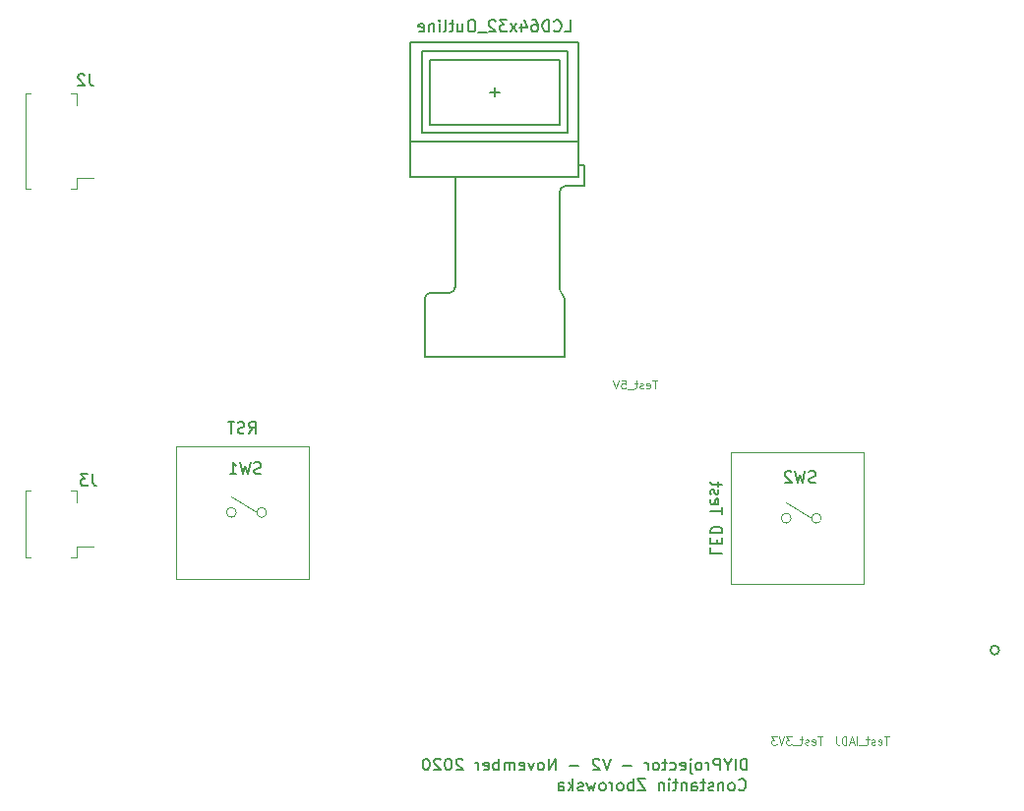
<source format=gbr>
G04 #@! TF.GenerationSoftware,KiCad,Pcbnew,(5.1.2)-2*
G04 #@! TF.CreationDate,2020-11-17T23:24:33+01:00*
G04 #@! TF.ProjectId,MieleProjectorPCB,4d69656c-6550-4726-9f6a-6563746f7250,rev?*
G04 #@! TF.SameCoordinates,Original*
G04 #@! TF.FileFunction,Legend,Bot*
G04 #@! TF.FilePolarity,Positive*
%FSLAX46Y46*%
G04 Gerber Fmt 4.6, Leading zero omitted, Abs format (unit mm)*
G04 Created by KiCad (PCBNEW (5.1.2)-2) date 2020-11-17 23:24:33*
%MOMM*%
%LPD*%
G04 APERTURE LIST*
%ADD10C,0.200000*%
%ADD11C,0.150000*%
%ADD12C,0.100000*%
%ADD13C,0.120000*%
%ADD14C,0.152400*%
G04 APERTURE END LIST*
D10*
X90428571Y-151952380D02*
X90428571Y-150952380D01*
X90190476Y-150952380D01*
X90047619Y-151000000D01*
X89952380Y-151095238D01*
X89904761Y-151190476D01*
X89857142Y-151380952D01*
X89857142Y-151523809D01*
X89904761Y-151714285D01*
X89952380Y-151809523D01*
X90047619Y-151904761D01*
X90190476Y-151952380D01*
X90428571Y-151952380D01*
X89428571Y-151952380D02*
X89428571Y-150952380D01*
X88761904Y-151476190D02*
X88761904Y-151952380D01*
X89095238Y-150952380D02*
X88761904Y-151476190D01*
X88428571Y-150952380D01*
X88095238Y-151952380D02*
X88095238Y-150952380D01*
X87714285Y-150952380D01*
X87619047Y-151000000D01*
X87571428Y-151047619D01*
X87523809Y-151142857D01*
X87523809Y-151285714D01*
X87571428Y-151380952D01*
X87619047Y-151428571D01*
X87714285Y-151476190D01*
X88095238Y-151476190D01*
X87095238Y-151952380D02*
X87095238Y-151285714D01*
X87095238Y-151476190D02*
X87047619Y-151380952D01*
X87000000Y-151333333D01*
X86904761Y-151285714D01*
X86809523Y-151285714D01*
X86333333Y-151952380D02*
X86428571Y-151904761D01*
X86476190Y-151857142D01*
X86523809Y-151761904D01*
X86523809Y-151476190D01*
X86476190Y-151380952D01*
X86428571Y-151333333D01*
X86333333Y-151285714D01*
X86190476Y-151285714D01*
X86095238Y-151333333D01*
X86047619Y-151380952D01*
X86000000Y-151476190D01*
X86000000Y-151761904D01*
X86047619Y-151857142D01*
X86095238Y-151904761D01*
X86190476Y-151952380D01*
X86333333Y-151952380D01*
X85571428Y-151285714D02*
X85571428Y-152142857D01*
X85619047Y-152238095D01*
X85714285Y-152285714D01*
X85761904Y-152285714D01*
X85571428Y-150952380D02*
X85619047Y-151000000D01*
X85571428Y-151047619D01*
X85523809Y-151000000D01*
X85571428Y-150952380D01*
X85571428Y-151047619D01*
X84714285Y-151904761D02*
X84809523Y-151952380D01*
X85000000Y-151952380D01*
X85095238Y-151904761D01*
X85142857Y-151809523D01*
X85142857Y-151428571D01*
X85095238Y-151333333D01*
X85000000Y-151285714D01*
X84809523Y-151285714D01*
X84714285Y-151333333D01*
X84666666Y-151428571D01*
X84666666Y-151523809D01*
X85142857Y-151619047D01*
X83809523Y-151904761D02*
X83904761Y-151952380D01*
X84095238Y-151952380D01*
X84190476Y-151904761D01*
X84238095Y-151857142D01*
X84285714Y-151761904D01*
X84285714Y-151476190D01*
X84238095Y-151380952D01*
X84190476Y-151333333D01*
X84095238Y-151285714D01*
X83904761Y-151285714D01*
X83809523Y-151333333D01*
X83523809Y-151285714D02*
X83142857Y-151285714D01*
X83380952Y-150952380D02*
X83380952Y-151809523D01*
X83333333Y-151904761D01*
X83238095Y-151952380D01*
X83142857Y-151952380D01*
X82666666Y-151952380D02*
X82761904Y-151904761D01*
X82809523Y-151857142D01*
X82857142Y-151761904D01*
X82857142Y-151476190D01*
X82809523Y-151380952D01*
X82761904Y-151333333D01*
X82666666Y-151285714D01*
X82523809Y-151285714D01*
X82428571Y-151333333D01*
X82380952Y-151380952D01*
X82333333Y-151476190D01*
X82333333Y-151761904D01*
X82380952Y-151857142D01*
X82428571Y-151904761D01*
X82523809Y-151952380D01*
X82666666Y-151952380D01*
X81904761Y-151952380D02*
X81904761Y-151285714D01*
X81904761Y-151476190D02*
X81857142Y-151380952D01*
X81809523Y-151333333D01*
X81714285Y-151285714D01*
X81619047Y-151285714D01*
X80523809Y-151571428D02*
X79761904Y-151571428D01*
X78666666Y-150952380D02*
X78333333Y-151952380D01*
X78000000Y-150952380D01*
X77714285Y-151047619D02*
X77666666Y-151000000D01*
X77571428Y-150952380D01*
X77333333Y-150952380D01*
X77238095Y-151000000D01*
X77190476Y-151047619D01*
X77142857Y-151142857D01*
X77142857Y-151238095D01*
X77190476Y-151380952D01*
X77761904Y-151952380D01*
X77142857Y-151952380D01*
X75952380Y-151571428D02*
X75190476Y-151571428D01*
X73952380Y-151952380D02*
X73952380Y-150952380D01*
X73380952Y-151952380D01*
X73380952Y-150952380D01*
X72761904Y-151952380D02*
X72857142Y-151904761D01*
X72904761Y-151857142D01*
X72952380Y-151761904D01*
X72952380Y-151476190D01*
X72904761Y-151380952D01*
X72857142Y-151333333D01*
X72761904Y-151285714D01*
X72619047Y-151285714D01*
X72523809Y-151333333D01*
X72476190Y-151380952D01*
X72428571Y-151476190D01*
X72428571Y-151761904D01*
X72476190Y-151857142D01*
X72523809Y-151904761D01*
X72619047Y-151952380D01*
X72761904Y-151952380D01*
X72095238Y-151285714D02*
X71857142Y-151952380D01*
X71619047Y-151285714D01*
X70857142Y-151904761D02*
X70952380Y-151952380D01*
X71142857Y-151952380D01*
X71238095Y-151904761D01*
X71285714Y-151809523D01*
X71285714Y-151428571D01*
X71238095Y-151333333D01*
X71142857Y-151285714D01*
X70952380Y-151285714D01*
X70857142Y-151333333D01*
X70809523Y-151428571D01*
X70809523Y-151523809D01*
X71285714Y-151619047D01*
X70380952Y-151952380D02*
X70380952Y-151285714D01*
X70380952Y-151380952D02*
X70333333Y-151333333D01*
X70238095Y-151285714D01*
X70095238Y-151285714D01*
X70000000Y-151333333D01*
X69952380Y-151428571D01*
X69952380Y-151952380D01*
X69952380Y-151428571D02*
X69904761Y-151333333D01*
X69809523Y-151285714D01*
X69666666Y-151285714D01*
X69571428Y-151333333D01*
X69523809Y-151428571D01*
X69523809Y-151952380D01*
X69047619Y-151952380D02*
X69047619Y-150952380D01*
X69047619Y-151333333D02*
X68952380Y-151285714D01*
X68761904Y-151285714D01*
X68666666Y-151333333D01*
X68619047Y-151380952D01*
X68571428Y-151476190D01*
X68571428Y-151761904D01*
X68619047Y-151857142D01*
X68666666Y-151904761D01*
X68761904Y-151952380D01*
X68952380Y-151952380D01*
X69047619Y-151904761D01*
X67761904Y-151904761D02*
X67857142Y-151952380D01*
X68047619Y-151952380D01*
X68142857Y-151904761D01*
X68190476Y-151809523D01*
X68190476Y-151428571D01*
X68142857Y-151333333D01*
X68047619Y-151285714D01*
X67857142Y-151285714D01*
X67761904Y-151333333D01*
X67714285Y-151428571D01*
X67714285Y-151523809D01*
X68190476Y-151619047D01*
X67285714Y-151952380D02*
X67285714Y-151285714D01*
X67285714Y-151476190D02*
X67238095Y-151380952D01*
X67190476Y-151333333D01*
X67095238Y-151285714D01*
X67000000Y-151285714D01*
X65952380Y-151047619D02*
X65904761Y-151000000D01*
X65809523Y-150952380D01*
X65571428Y-150952380D01*
X65476190Y-151000000D01*
X65428571Y-151047619D01*
X65380952Y-151142857D01*
X65380952Y-151238095D01*
X65428571Y-151380952D01*
X66000000Y-151952380D01*
X65380952Y-151952380D01*
X64761904Y-150952380D02*
X64666666Y-150952380D01*
X64571428Y-151000000D01*
X64523809Y-151047619D01*
X64476190Y-151142857D01*
X64428571Y-151333333D01*
X64428571Y-151571428D01*
X64476190Y-151761904D01*
X64523809Y-151857142D01*
X64571428Y-151904761D01*
X64666666Y-151952380D01*
X64761904Y-151952380D01*
X64857142Y-151904761D01*
X64904761Y-151857142D01*
X64952380Y-151761904D01*
X65000000Y-151571428D01*
X65000000Y-151333333D01*
X64952380Y-151142857D01*
X64904761Y-151047619D01*
X64857142Y-151000000D01*
X64761904Y-150952380D01*
X64047619Y-151047619D02*
X64000000Y-151000000D01*
X63904761Y-150952380D01*
X63666666Y-150952380D01*
X63571428Y-151000000D01*
X63523809Y-151047619D01*
X63476190Y-151142857D01*
X63476190Y-151238095D01*
X63523809Y-151380952D01*
X64095238Y-151952380D01*
X63476190Y-151952380D01*
X62857142Y-150952380D02*
X62761904Y-150952380D01*
X62666666Y-151000000D01*
X62619047Y-151047619D01*
X62571428Y-151142857D01*
X62523809Y-151333333D01*
X62523809Y-151571428D01*
X62571428Y-151761904D01*
X62619047Y-151857142D01*
X62666666Y-151904761D01*
X62761904Y-151952380D01*
X62857142Y-151952380D01*
X62952380Y-151904761D01*
X63000000Y-151857142D01*
X63047619Y-151761904D01*
X63095238Y-151571428D01*
X63095238Y-151333333D01*
X63047619Y-151142857D01*
X63000000Y-151047619D01*
X62952380Y-151000000D01*
X62857142Y-150952380D01*
X89726190Y-153607142D02*
X89773809Y-153654761D01*
X89916666Y-153702380D01*
X90011904Y-153702380D01*
X90154761Y-153654761D01*
X90250000Y-153559523D01*
X90297619Y-153464285D01*
X90345238Y-153273809D01*
X90345238Y-153130952D01*
X90297619Y-152940476D01*
X90250000Y-152845238D01*
X90154761Y-152750000D01*
X90011904Y-152702380D01*
X89916666Y-152702380D01*
X89773809Y-152750000D01*
X89726190Y-152797619D01*
X89154761Y-153702380D02*
X89250000Y-153654761D01*
X89297619Y-153607142D01*
X89345238Y-153511904D01*
X89345238Y-153226190D01*
X89297619Y-153130952D01*
X89250000Y-153083333D01*
X89154761Y-153035714D01*
X89011904Y-153035714D01*
X88916666Y-153083333D01*
X88869047Y-153130952D01*
X88821428Y-153226190D01*
X88821428Y-153511904D01*
X88869047Y-153607142D01*
X88916666Y-153654761D01*
X89011904Y-153702380D01*
X89154761Y-153702380D01*
X88392857Y-153035714D02*
X88392857Y-153702380D01*
X88392857Y-153130952D02*
X88345238Y-153083333D01*
X88250000Y-153035714D01*
X88107142Y-153035714D01*
X88011904Y-153083333D01*
X87964285Y-153178571D01*
X87964285Y-153702380D01*
X87535714Y-153654761D02*
X87440476Y-153702380D01*
X87250000Y-153702380D01*
X87154761Y-153654761D01*
X87107142Y-153559523D01*
X87107142Y-153511904D01*
X87154761Y-153416666D01*
X87250000Y-153369047D01*
X87392857Y-153369047D01*
X87488095Y-153321428D01*
X87535714Y-153226190D01*
X87535714Y-153178571D01*
X87488095Y-153083333D01*
X87392857Y-153035714D01*
X87250000Y-153035714D01*
X87154761Y-153083333D01*
X86821428Y-153035714D02*
X86440476Y-153035714D01*
X86678571Y-152702380D02*
X86678571Y-153559523D01*
X86630952Y-153654761D01*
X86535714Y-153702380D01*
X86440476Y-153702380D01*
X85678571Y-153702380D02*
X85678571Y-153178571D01*
X85726190Y-153083333D01*
X85821428Y-153035714D01*
X86011904Y-153035714D01*
X86107142Y-153083333D01*
X85678571Y-153654761D02*
X85773809Y-153702380D01*
X86011904Y-153702380D01*
X86107142Y-153654761D01*
X86154761Y-153559523D01*
X86154761Y-153464285D01*
X86107142Y-153369047D01*
X86011904Y-153321428D01*
X85773809Y-153321428D01*
X85678571Y-153273809D01*
X85202380Y-153035714D02*
X85202380Y-153702380D01*
X85202380Y-153130952D02*
X85154761Y-153083333D01*
X85059523Y-153035714D01*
X84916666Y-153035714D01*
X84821428Y-153083333D01*
X84773809Y-153178571D01*
X84773809Y-153702380D01*
X84440476Y-153035714D02*
X84059523Y-153035714D01*
X84297619Y-152702380D02*
X84297619Y-153559523D01*
X84250000Y-153654761D01*
X84154761Y-153702380D01*
X84059523Y-153702380D01*
X83726190Y-153702380D02*
X83726190Y-153035714D01*
X83726190Y-152702380D02*
X83773809Y-152750000D01*
X83726190Y-152797619D01*
X83678571Y-152750000D01*
X83726190Y-152702380D01*
X83726190Y-152797619D01*
X83250000Y-153035714D02*
X83250000Y-153702380D01*
X83250000Y-153130952D02*
X83202380Y-153083333D01*
X83107142Y-153035714D01*
X82964285Y-153035714D01*
X82869047Y-153083333D01*
X82821428Y-153178571D01*
X82821428Y-153702380D01*
X81678571Y-152702380D02*
X81011904Y-152702380D01*
X81678571Y-153702380D01*
X81011904Y-153702380D01*
X80630952Y-153702380D02*
X80630952Y-152702380D01*
X80630952Y-153083333D02*
X80535714Y-153035714D01*
X80345238Y-153035714D01*
X80250000Y-153083333D01*
X80202380Y-153130952D01*
X80154761Y-153226190D01*
X80154761Y-153511904D01*
X80202380Y-153607142D01*
X80250000Y-153654761D01*
X80345238Y-153702380D01*
X80535714Y-153702380D01*
X80630952Y-153654761D01*
X79583333Y-153702380D02*
X79678571Y-153654761D01*
X79726190Y-153607142D01*
X79773809Y-153511904D01*
X79773809Y-153226190D01*
X79726190Y-153130952D01*
X79678571Y-153083333D01*
X79583333Y-153035714D01*
X79440476Y-153035714D01*
X79345238Y-153083333D01*
X79297619Y-153130952D01*
X79250000Y-153226190D01*
X79250000Y-153511904D01*
X79297619Y-153607142D01*
X79345238Y-153654761D01*
X79440476Y-153702380D01*
X79583333Y-153702380D01*
X78821428Y-153702380D02*
X78821428Y-153035714D01*
X78821428Y-153226190D02*
X78773809Y-153130952D01*
X78726190Y-153083333D01*
X78630952Y-153035714D01*
X78535714Y-153035714D01*
X78059523Y-153702380D02*
X78154761Y-153654761D01*
X78202380Y-153607142D01*
X78250000Y-153511904D01*
X78250000Y-153226190D01*
X78202380Y-153130952D01*
X78154761Y-153083333D01*
X78059523Y-153035714D01*
X77916666Y-153035714D01*
X77821428Y-153083333D01*
X77773809Y-153130952D01*
X77726190Y-153226190D01*
X77726190Y-153511904D01*
X77773809Y-153607142D01*
X77821428Y-153654761D01*
X77916666Y-153702380D01*
X78059523Y-153702380D01*
X77392857Y-153035714D02*
X77202380Y-153702380D01*
X77011904Y-153226190D01*
X76821428Y-153702380D01*
X76630952Y-153035714D01*
X76297619Y-153654761D02*
X76202380Y-153702380D01*
X76011904Y-153702380D01*
X75916666Y-153654761D01*
X75869047Y-153559523D01*
X75869047Y-153511904D01*
X75916666Y-153416666D01*
X76011904Y-153369047D01*
X76154761Y-153369047D01*
X76250000Y-153321428D01*
X76297619Y-153226190D01*
X76297619Y-153178571D01*
X76250000Y-153083333D01*
X76154761Y-153035714D01*
X76011904Y-153035714D01*
X75916666Y-153083333D01*
X75440476Y-153702380D02*
X75440476Y-152702380D01*
X75345238Y-153321428D02*
X75059523Y-153702380D01*
X75059523Y-153035714D02*
X75440476Y-153416666D01*
X74202380Y-153702380D02*
X74202380Y-153178571D01*
X74250000Y-153083333D01*
X74345238Y-153035714D01*
X74535714Y-153035714D01*
X74630952Y-153083333D01*
X74202380Y-153654761D02*
X74297619Y-153702380D01*
X74535714Y-153702380D01*
X74630952Y-153654761D01*
X74678571Y-153559523D01*
X74678571Y-153464285D01*
X74630952Y-153369047D01*
X74535714Y-153321428D01*
X74297619Y-153321428D01*
X74202380Y-153273809D01*
D11*
X87297619Y-132773809D02*
X87297619Y-133250000D01*
X88297619Y-133250000D01*
X87821428Y-132440476D02*
X87821428Y-132107142D01*
X87297619Y-131964285D02*
X87297619Y-132440476D01*
X88297619Y-132440476D01*
X88297619Y-131964285D01*
X87297619Y-131535714D02*
X88297619Y-131535714D01*
X88297619Y-131297619D01*
X88250000Y-131154761D01*
X88154761Y-131059523D01*
X88059523Y-131011904D01*
X87869047Y-130964285D01*
X87726190Y-130964285D01*
X87535714Y-131011904D01*
X87440476Y-131059523D01*
X87345238Y-131154761D01*
X87297619Y-131297619D01*
X87297619Y-131535714D01*
X88297619Y-129916666D02*
X88297619Y-129345238D01*
X87297619Y-129630952D02*
X88297619Y-129630952D01*
X87345238Y-128630952D02*
X87297619Y-128726190D01*
X87297619Y-128916666D01*
X87345238Y-129011904D01*
X87440476Y-129059523D01*
X87821428Y-129059523D01*
X87916666Y-129011904D01*
X87964285Y-128916666D01*
X87964285Y-128726190D01*
X87916666Y-128630952D01*
X87821428Y-128583333D01*
X87726190Y-128583333D01*
X87630952Y-129059523D01*
X87345238Y-128202380D02*
X87297619Y-128107142D01*
X87297619Y-127916666D01*
X87345238Y-127821428D01*
X87440476Y-127773809D01*
X87488095Y-127773809D01*
X87583333Y-127821428D01*
X87630952Y-127916666D01*
X87630952Y-128059523D01*
X87678571Y-128154761D01*
X87773809Y-128202380D01*
X87821428Y-128202380D01*
X87916666Y-128154761D01*
X87964285Y-128059523D01*
X87964285Y-127916666D01*
X87916666Y-127821428D01*
X87964285Y-127488095D02*
X87964285Y-127107142D01*
X88297619Y-127345238D02*
X87440476Y-127345238D01*
X87345238Y-127297619D01*
X87297619Y-127202380D01*
X87297619Y-127107142D01*
X47547619Y-122952380D02*
X47880952Y-122476190D01*
X48119047Y-122952380D02*
X48119047Y-121952380D01*
X47738095Y-121952380D01*
X47642857Y-122000000D01*
X47595238Y-122047619D01*
X47547619Y-122142857D01*
X47547619Y-122285714D01*
X47595238Y-122380952D01*
X47642857Y-122428571D01*
X47738095Y-122476190D01*
X48119047Y-122476190D01*
X47166666Y-122904761D02*
X47023809Y-122952380D01*
X46785714Y-122952380D01*
X46690476Y-122904761D01*
X46642857Y-122857142D01*
X46595238Y-122761904D01*
X46595238Y-122666666D01*
X46642857Y-122571428D01*
X46690476Y-122523809D01*
X46785714Y-122476190D01*
X46976190Y-122428571D01*
X47071428Y-122380952D01*
X47119047Y-122333333D01*
X47166666Y-122238095D01*
X47166666Y-122142857D01*
X47119047Y-122047619D01*
X47071428Y-122000000D01*
X46976190Y-121952380D01*
X46738095Y-121952380D01*
X46595238Y-122000000D01*
X46309523Y-121952380D02*
X45738095Y-121952380D01*
X46023809Y-122952380D02*
X46023809Y-121952380D01*
D12*
X102633333Y-149066666D02*
X102233333Y-149066666D01*
X102433333Y-149766666D02*
X102433333Y-149066666D01*
X101733333Y-149733333D02*
X101800000Y-149766666D01*
X101933333Y-149766666D01*
X102000000Y-149733333D01*
X102033333Y-149666666D01*
X102033333Y-149400000D01*
X102000000Y-149333333D01*
X101933333Y-149300000D01*
X101800000Y-149300000D01*
X101733333Y-149333333D01*
X101700000Y-149400000D01*
X101700000Y-149466666D01*
X102033333Y-149533333D01*
X101433333Y-149733333D02*
X101366666Y-149766666D01*
X101233333Y-149766666D01*
X101166666Y-149733333D01*
X101133333Y-149666666D01*
X101133333Y-149633333D01*
X101166666Y-149566666D01*
X101233333Y-149533333D01*
X101333333Y-149533333D01*
X101400000Y-149500000D01*
X101433333Y-149433333D01*
X101433333Y-149400000D01*
X101400000Y-149333333D01*
X101333333Y-149300000D01*
X101233333Y-149300000D01*
X101166666Y-149333333D01*
X100933333Y-149300000D02*
X100666666Y-149300000D01*
X100833333Y-149066666D02*
X100833333Y-149666666D01*
X100800000Y-149733333D01*
X100733333Y-149766666D01*
X100666666Y-149766666D01*
X100600000Y-149833333D02*
X100066666Y-149833333D01*
X99900000Y-149766666D02*
X99900000Y-149066666D01*
X99600000Y-149566666D02*
X99266666Y-149566666D01*
X99666666Y-149766666D02*
X99433333Y-149066666D01*
X99200000Y-149766666D01*
X98966666Y-149766666D02*
X98966666Y-149066666D01*
X98800000Y-149066666D01*
X98700000Y-149100000D01*
X98633333Y-149166666D01*
X98600000Y-149233333D01*
X98566666Y-149366666D01*
X98566666Y-149466666D01*
X98600000Y-149600000D01*
X98633333Y-149666666D01*
X98700000Y-149733333D01*
X98800000Y-149766666D01*
X98966666Y-149766666D01*
X98066666Y-149066666D02*
X98066666Y-149566666D01*
X98100000Y-149666666D01*
X98166666Y-149733333D01*
X98266666Y-149766666D01*
X98333333Y-149766666D01*
X96916666Y-149066666D02*
X96516666Y-149066666D01*
X96716666Y-149766666D02*
X96716666Y-149066666D01*
X96016666Y-149733333D02*
X96083333Y-149766666D01*
X96216666Y-149766666D01*
X96283333Y-149733333D01*
X96316666Y-149666666D01*
X96316666Y-149400000D01*
X96283333Y-149333333D01*
X96216666Y-149300000D01*
X96083333Y-149300000D01*
X96016666Y-149333333D01*
X95983333Y-149400000D01*
X95983333Y-149466666D01*
X96316666Y-149533333D01*
X95716666Y-149733333D02*
X95650000Y-149766666D01*
X95516666Y-149766666D01*
X95450000Y-149733333D01*
X95416666Y-149666666D01*
X95416666Y-149633333D01*
X95450000Y-149566666D01*
X95516666Y-149533333D01*
X95616666Y-149533333D01*
X95683333Y-149500000D01*
X95716666Y-149433333D01*
X95716666Y-149400000D01*
X95683333Y-149333333D01*
X95616666Y-149300000D01*
X95516666Y-149300000D01*
X95450000Y-149333333D01*
X95216666Y-149300000D02*
X94950000Y-149300000D01*
X95116666Y-149066666D02*
X95116666Y-149666666D01*
X95083333Y-149733333D01*
X95016666Y-149766666D01*
X94950000Y-149766666D01*
X94883333Y-149833333D02*
X94350000Y-149833333D01*
X94250000Y-149066666D02*
X93816666Y-149066666D01*
X94050000Y-149333333D01*
X93950000Y-149333333D01*
X93883333Y-149366666D01*
X93850000Y-149400000D01*
X93816666Y-149466666D01*
X93816666Y-149633333D01*
X93850000Y-149700000D01*
X93883333Y-149733333D01*
X93950000Y-149766666D01*
X94150000Y-149766666D01*
X94216666Y-149733333D01*
X94250000Y-149700000D01*
X93616666Y-149066666D02*
X93383333Y-149766666D01*
X93150000Y-149066666D01*
X92983333Y-149066666D02*
X92550000Y-149066666D01*
X92783333Y-149333333D01*
X92683333Y-149333333D01*
X92616666Y-149366666D01*
X92583333Y-149400000D01*
X92550000Y-149466666D01*
X92550000Y-149633333D01*
X92583333Y-149700000D01*
X92616666Y-149733333D01*
X92683333Y-149766666D01*
X92883333Y-149766666D01*
X92950000Y-149733333D01*
X92983333Y-149700000D01*
X82683333Y-118366666D02*
X82283333Y-118366666D01*
X82483333Y-119066666D02*
X82483333Y-118366666D01*
X81783333Y-119033333D02*
X81850000Y-119066666D01*
X81983333Y-119066666D01*
X82050000Y-119033333D01*
X82083333Y-118966666D01*
X82083333Y-118700000D01*
X82050000Y-118633333D01*
X81983333Y-118600000D01*
X81850000Y-118600000D01*
X81783333Y-118633333D01*
X81750000Y-118700000D01*
X81750000Y-118766666D01*
X82083333Y-118833333D01*
X81483333Y-119033333D02*
X81416666Y-119066666D01*
X81283333Y-119066666D01*
X81216666Y-119033333D01*
X81183333Y-118966666D01*
X81183333Y-118933333D01*
X81216666Y-118866666D01*
X81283333Y-118833333D01*
X81383333Y-118833333D01*
X81450000Y-118800000D01*
X81483333Y-118733333D01*
X81483333Y-118700000D01*
X81450000Y-118633333D01*
X81383333Y-118600000D01*
X81283333Y-118600000D01*
X81216666Y-118633333D01*
X80983333Y-118600000D02*
X80716666Y-118600000D01*
X80883333Y-118366666D02*
X80883333Y-118966666D01*
X80850000Y-119033333D01*
X80783333Y-119066666D01*
X80716666Y-119066666D01*
X80650000Y-119133333D02*
X80116666Y-119133333D01*
X79616666Y-118366666D02*
X79950000Y-118366666D01*
X79983333Y-118700000D01*
X79950000Y-118666666D01*
X79883333Y-118633333D01*
X79716666Y-118633333D01*
X79650000Y-118666666D01*
X79616666Y-118700000D01*
X79583333Y-118766666D01*
X79583333Y-118933333D01*
X79616666Y-119000000D01*
X79650000Y-119033333D01*
X79716666Y-119066666D01*
X79883333Y-119066666D01*
X79950000Y-119033333D01*
X79983333Y-119000000D01*
X79383333Y-118366666D02*
X79150000Y-119066666D01*
X78916666Y-118366666D01*
D13*
X48225736Y-129750000D02*
X46050000Y-128350000D01*
X46474264Y-129750000D02*
G75*
G03X46474264Y-129750000I-424264J0D01*
G01*
X49074264Y-129750000D02*
G75*
G03X49074264Y-129750000I-424264J0D01*
G01*
X41300000Y-135450000D02*
X52700000Y-135450000D01*
X41300000Y-124050000D02*
X41300000Y-135450000D01*
X52700000Y-124050000D02*
X41300000Y-124050000D01*
X52700000Y-135450000D02*
X52700000Y-124050000D01*
X95975736Y-130250000D02*
X93800000Y-128850000D01*
X94224264Y-130250000D02*
G75*
G03X94224264Y-130250000I-424264J0D01*
G01*
X96824264Y-130250000D02*
G75*
G03X96824264Y-130250000I-424264J0D01*
G01*
X89050000Y-135950000D02*
X100450000Y-135950000D01*
X89050000Y-124550000D02*
X89050000Y-135950000D01*
X100450000Y-124550000D02*
X89050000Y-124550000D01*
X100450000Y-135950000D02*
X100450000Y-124550000D01*
D11*
X68300000Y-93540000D02*
X69100000Y-93540000D01*
X68700000Y-93140000D02*
X68700000Y-93940000D01*
X74300000Y-96330000D02*
X63100000Y-96330000D01*
X74990000Y-90050000D02*
X62410000Y-90050000D01*
X75950000Y-97840000D02*
X61450000Y-97840000D01*
X74300000Y-90750000D02*
X74300000Y-96330000D01*
X76400000Y-99840000D02*
X76000000Y-99840000D01*
X76450000Y-101640000D02*
X76450000Y-99840000D01*
X74800000Y-101640000D02*
X76400000Y-101640000D01*
X64800000Y-110840000D02*
X63200000Y-110840000D01*
X65300000Y-100840000D02*
X65300000Y-110340000D01*
X74300000Y-110140000D02*
X74300000Y-110540000D01*
X74300000Y-102140000D02*
X74300000Y-110140000D01*
X75950000Y-100840000D02*
X74300000Y-100840000D01*
X75950000Y-89240000D02*
X75950000Y-100840000D01*
X61450000Y-89240000D02*
X75950000Y-89240000D01*
X61450000Y-100840000D02*
X61450000Y-89240000D01*
X74300000Y-100840000D02*
X61450000Y-100840000D01*
X62700000Y-111340000D02*
G75*
G02X63200000Y-110840000I500000J0D01*
G01*
X74700000Y-116340000D02*
X74700000Y-111340000D01*
X62700000Y-116340000D02*
X62700000Y-111340000D01*
X74700000Y-116340000D02*
X62700000Y-116340000D01*
X74499999Y-110940000D02*
G75*
G02X74700000Y-111340000I-299999J-400000D01*
G01*
X65300000Y-110340000D02*
G75*
G02X64800000Y-110840000I-500000J0D01*
G01*
X74499999Y-110940000D02*
G75*
G02X74299998Y-110540000I299999J400000D01*
G01*
X74300000Y-102140000D02*
G75*
G02X74800000Y-101640000I500000J0D01*
G01*
X63100000Y-90750000D02*
X63100000Y-96330000D01*
X74990000Y-90050000D02*
X74990000Y-97030000D01*
X62410000Y-90050000D02*
X62410000Y-97030000D01*
X74300000Y-90750000D02*
X63100000Y-90750000D01*
X74990000Y-97030000D02*
X62410000Y-97030000D01*
D14*
X112131000Y-141611300D02*
G75*
G03X112131000Y-141611300I-381000J0D01*
G01*
D13*
X32260000Y-101910000D02*
X32710000Y-101910000D01*
X32710000Y-101910000D02*
X32710000Y-100960000D01*
X32710000Y-100960000D02*
X34200000Y-100960000D01*
X32260000Y-93690000D02*
X32710000Y-93690000D01*
X32710000Y-93690000D02*
X32710000Y-94640000D01*
X28740000Y-101910000D02*
X28290000Y-101910000D01*
X28290000Y-101910000D02*
X28290000Y-93690000D01*
X28290000Y-93690000D02*
X28740000Y-93690000D01*
X32260000Y-133610000D02*
X32710000Y-133610000D01*
X32710000Y-133610000D02*
X32710000Y-132660000D01*
X32710000Y-132660000D02*
X34200000Y-132660000D01*
X32260000Y-127890000D02*
X32710000Y-127890000D01*
X32710000Y-127890000D02*
X32710000Y-128840000D01*
X28740000Y-133610000D02*
X28290000Y-133610000D01*
X28290000Y-133610000D02*
X28290000Y-127890000D01*
X28290000Y-127890000D02*
X28740000Y-127890000D01*
D11*
X48583333Y-126404761D02*
X48440476Y-126452380D01*
X48202380Y-126452380D01*
X48107142Y-126404761D01*
X48059523Y-126357142D01*
X48011904Y-126261904D01*
X48011904Y-126166666D01*
X48059523Y-126071428D01*
X48107142Y-126023809D01*
X48202380Y-125976190D01*
X48392857Y-125928571D01*
X48488095Y-125880952D01*
X48535714Y-125833333D01*
X48583333Y-125738095D01*
X48583333Y-125642857D01*
X48535714Y-125547619D01*
X48488095Y-125500000D01*
X48392857Y-125452380D01*
X48154761Y-125452380D01*
X48011904Y-125500000D01*
X47678571Y-125452380D02*
X47440476Y-126452380D01*
X47250000Y-125738095D01*
X47059523Y-126452380D01*
X46821428Y-125452380D01*
X45916666Y-126452380D02*
X46488095Y-126452380D01*
X46202380Y-126452380D02*
X46202380Y-125452380D01*
X46297619Y-125595238D01*
X46392857Y-125690476D01*
X46488095Y-125738095D01*
X96333333Y-127154761D02*
X96190476Y-127202380D01*
X95952380Y-127202380D01*
X95857142Y-127154761D01*
X95809523Y-127107142D01*
X95761904Y-127011904D01*
X95761904Y-126916666D01*
X95809523Y-126821428D01*
X95857142Y-126773809D01*
X95952380Y-126726190D01*
X96142857Y-126678571D01*
X96238095Y-126630952D01*
X96285714Y-126583333D01*
X96333333Y-126488095D01*
X96333333Y-126392857D01*
X96285714Y-126297619D01*
X96238095Y-126250000D01*
X96142857Y-126202380D01*
X95904761Y-126202380D01*
X95761904Y-126250000D01*
X95428571Y-126202380D02*
X95190476Y-127202380D01*
X95000000Y-126488095D01*
X94809523Y-127202380D01*
X94571428Y-126202380D01*
X94238095Y-126297619D02*
X94190476Y-126250000D01*
X94095238Y-126202380D01*
X93857142Y-126202380D01*
X93761904Y-126250000D01*
X93714285Y-126297619D01*
X93666666Y-126392857D01*
X93666666Y-126488095D01*
X93714285Y-126630952D01*
X94285714Y-127202380D01*
X93666666Y-127202380D01*
X74723809Y-88352380D02*
X75200000Y-88352380D01*
X75200000Y-87352380D01*
X73819047Y-88257142D02*
X73866666Y-88304761D01*
X74009523Y-88352380D01*
X74104761Y-88352380D01*
X74247619Y-88304761D01*
X74342857Y-88209523D01*
X74390476Y-88114285D01*
X74438095Y-87923809D01*
X74438095Y-87780952D01*
X74390476Y-87590476D01*
X74342857Y-87495238D01*
X74247619Y-87400000D01*
X74104761Y-87352380D01*
X74009523Y-87352380D01*
X73866666Y-87400000D01*
X73819047Y-87447619D01*
X73390476Y-88352380D02*
X73390476Y-87352380D01*
X73152380Y-87352380D01*
X73009523Y-87400000D01*
X72914285Y-87495238D01*
X72866666Y-87590476D01*
X72819047Y-87780952D01*
X72819047Y-87923809D01*
X72866666Y-88114285D01*
X72914285Y-88209523D01*
X73009523Y-88304761D01*
X73152380Y-88352380D01*
X73390476Y-88352380D01*
X71961904Y-87352380D02*
X72152380Y-87352380D01*
X72247619Y-87400000D01*
X72295238Y-87447619D01*
X72390476Y-87590476D01*
X72438095Y-87780952D01*
X72438095Y-88161904D01*
X72390476Y-88257142D01*
X72342857Y-88304761D01*
X72247619Y-88352380D01*
X72057142Y-88352380D01*
X71961904Y-88304761D01*
X71914285Y-88257142D01*
X71866666Y-88161904D01*
X71866666Y-87923809D01*
X71914285Y-87828571D01*
X71961904Y-87780952D01*
X72057142Y-87733333D01*
X72247619Y-87733333D01*
X72342857Y-87780952D01*
X72390476Y-87828571D01*
X72438095Y-87923809D01*
X71009523Y-87685714D02*
X71009523Y-88352380D01*
X71247619Y-87304761D02*
X71485714Y-88019047D01*
X70866666Y-88019047D01*
X70580952Y-88352380D02*
X70057142Y-87685714D01*
X70580952Y-87685714D02*
X70057142Y-88352380D01*
X69771428Y-87352380D02*
X69152380Y-87352380D01*
X69485714Y-87733333D01*
X69342857Y-87733333D01*
X69247619Y-87780952D01*
X69200000Y-87828571D01*
X69152380Y-87923809D01*
X69152380Y-88161904D01*
X69200000Y-88257142D01*
X69247619Y-88304761D01*
X69342857Y-88352380D01*
X69628571Y-88352380D01*
X69723809Y-88304761D01*
X69771428Y-88257142D01*
X68771428Y-87447619D02*
X68723809Y-87400000D01*
X68628571Y-87352380D01*
X68390476Y-87352380D01*
X68295238Y-87400000D01*
X68247619Y-87447619D01*
X68200000Y-87542857D01*
X68200000Y-87638095D01*
X68247619Y-87780952D01*
X68819047Y-88352380D01*
X68200000Y-88352380D01*
X68009523Y-88447619D02*
X67247619Y-88447619D01*
X66819047Y-87352380D02*
X66628571Y-87352380D01*
X66533333Y-87400000D01*
X66438095Y-87495238D01*
X66390476Y-87685714D01*
X66390476Y-88019047D01*
X66438095Y-88209523D01*
X66533333Y-88304761D01*
X66628571Y-88352380D01*
X66819047Y-88352380D01*
X66914285Y-88304761D01*
X67009523Y-88209523D01*
X67057142Y-88019047D01*
X67057142Y-87685714D01*
X67009523Y-87495238D01*
X66914285Y-87400000D01*
X66819047Y-87352380D01*
X65533333Y-87685714D02*
X65533333Y-88352380D01*
X65961904Y-87685714D02*
X65961904Y-88209523D01*
X65914285Y-88304761D01*
X65819047Y-88352380D01*
X65676190Y-88352380D01*
X65580952Y-88304761D01*
X65533333Y-88257142D01*
X65200000Y-87685714D02*
X64819047Y-87685714D01*
X65057142Y-87352380D02*
X65057142Y-88209523D01*
X65009523Y-88304761D01*
X64914285Y-88352380D01*
X64819047Y-88352380D01*
X64342857Y-88352380D02*
X64438095Y-88304761D01*
X64485714Y-88209523D01*
X64485714Y-87352380D01*
X63961904Y-88352380D02*
X63961904Y-87685714D01*
X63961904Y-87352380D02*
X64009523Y-87400000D01*
X63961904Y-87447619D01*
X63914285Y-87400000D01*
X63961904Y-87352380D01*
X63961904Y-87447619D01*
X63485714Y-87685714D02*
X63485714Y-88352380D01*
X63485714Y-87780952D02*
X63438095Y-87733333D01*
X63342857Y-87685714D01*
X63200000Y-87685714D01*
X63104761Y-87733333D01*
X63057142Y-87828571D01*
X63057142Y-88352380D01*
X62200000Y-88304761D02*
X62295238Y-88352380D01*
X62485714Y-88352380D01*
X62580952Y-88304761D01*
X62628571Y-88209523D01*
X62628571Y-87828571D01*
X62580952Y-87733333D01*
X62485714Y-87685714D01*
X62295238Y-87685714D01*
X62200000Y-87733333D01*
X62152380Y-87828571D01*
X62152380Y-87923809D01*
X62628571Y-88019047D01*
X33833333Y-92002380D02*
X33833333Y-92716666D01*
X33880952Y-92859523D01*
X33976190Y-92954761D01*
X34119047Y-93002380D01*
X34214285Y-93002380D01*
X33404761Y-92097619D02*
X33357142Y-92050000D01*
X33261904Y-92002380D01*
X33023809Y-92002380D01*
X32928571Y-92050000D01*
X32880952Y-92097619D01*
X32833333Y-92192857D01*
X32833333Y-92288095D01*
X32880952Y-92430952D01*
X33452380Y-93002380D01*
X32833333Y-93002380D01*
X34083333Y-126452380D02*
X34083333Y-127166666D01*
X34130952Y-127309523D01*
X34226190Y-127404761D01*
X34369047Y-127452380D01*
X34464285Y-127452380D01*
X33702380Y-126452380D02*
X33083333Y-126452380D01*
X33416666Y-126833333D01*
X33273809Y-126833333D01*
X33178571Y-126880952D01*
X33130952Y-126928571D01*
X33083333Y-127023809D01*
X33083333Y-127261904D01*
X33130952Y-127357142D01*
X33178571Y-127404761D01*
X33273809Y-127452380D01*
X33559523Y-127452380D01*
X33654761Y-127404761D01*
X33702380Y-127357142D01*
M02*

</source>
